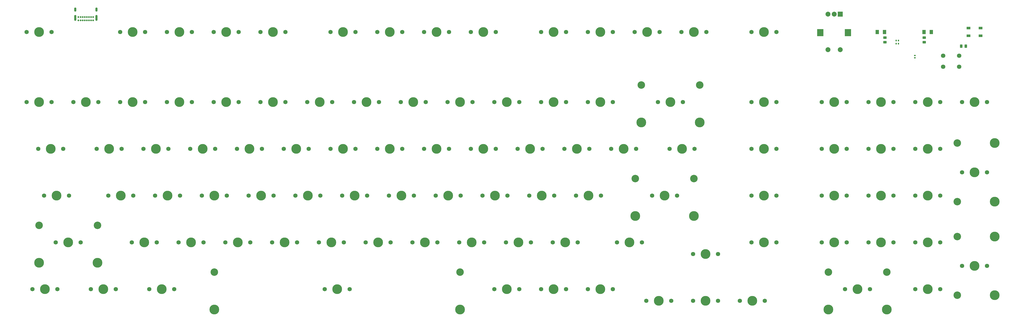
<source format=gts>
G04 #@! TF.GenerationSoftware,KiCad,Pcbnew,6.0.6*
G04 #@! TF.CreationDate,2022-08-21T10:38:00-04:00*
G04 #@! TF.ProjectId,Workeeb,576f726b-6565-4622-9e6b-696361645f70,rev?*
G04 #@! TF.SameCoordinates,Original*
G04 #@! TF.FileFunction,Soldermask,Top*
G04 #@! TF.FilePolarity,Negative*
%FSLAX46Y46*%
G04 Gerber Fmt 4.6, Leading zero omitted, Abs format (unit mm)*
G04 Created by KiCad (PCBNEW 6.0.6) date 2022-08-21 10:38:00*
%MOMM*%
%LPD*%
G01*
G04 APERTURE LIST*
G04 Aperture macros list*
%AMRoundRect*
0 Rectangle with rounded corners*
0 $1 Rounding radius*
0 $2 $3 $4 $5 $6 $7 $8 $9 X,Y pos of 4 corners*
0 Add a 4 corners polygon primitive as box body*
4,1,4,$2,$3,$4,$5,$6,$7,$8,$9,$2,$3,0*
0 Add four circle primitives for the rounded corners*
1,1,$1+$1,$2,$3*
1,1,$1+$1,$4,$5*
1,1,$1+$1,$6,$7*
1,1,$1+$1,$8,$9*
0 Add four rect primitives between the rounded corners*
20,1,$1+$1,$2,$3,$4,$5,0*
20,1,$1+$1,$4,$5,$6,$7,0*
20,1,$1+$1,$6,$7,$8,$9,0*
20,1,$1+$1,$8,$9,$2,$3,0*%
G04 Aperture macros list end*
%ADD10C,1.750000*%
%ADD11C,3.987800*%
%ADD12C,3.048000*%
%ADD13R,2.000000X2.000000*%
%ADD14C,2.000000*%
%ADD15R,2.500000X3.000000*%
%ADD16R,1.500000X1.000000*%
%ADD17RoundRect,0.250000X0.450000X-0.262500X0.450000X0.262500X-0.450000X0.262500X-0.450000X-0.262500X0*%
%ADD18RoundRect,0.140000X0.170000X-0.140000X0.170000X0.140000X-0.170000X0.140000X-0.170000X-0.140000X0*%
%ADD19RoundRect,0.250001X-0.462499X-0.624999X0.462499X-0.624999X0.462499X0.624999X-0.462499X0.624999X0*%
%ADD20RoundRect,0.250001X0.462499X0.624999X-0.462499X0.624999X-0.462499X-0.624999X0.462499X-0.624999X0*%
%ADD21RoundRect,0.140000X0.140000X0.170000X-0.140000X0.170000X-0.140000X-0.170000X0.140000X-0.170000X0*%
%ADD22RoundRect,0.250000X-0.262500X-0.450000X0.262500X-0.450000X0.262500X0.450000X-0.262500X0.450000X0*%
%ADD23C,0.700000*%
%ADD24O,0.900000X2.400000*%
%ADD25O,0.900000X1.700000*%
%ADD26C,1.800000*%
G04 APERTURE END LIST*
D10*
X40798750Y-61912500D03*
X30638750Y-61912500D03*
D11*
X35718750Y-61912500D03*
X40481250Y-80962500D03*
D10*
X35401250Y-80962500D03*
X45561250Y-80962500D03*
X37782500Y-100012500D03*
D11*
X42862500Y-100012500D03*
D10*
X47942500Y-100012500D03*
X33020000Y-138112500D03*
X43180000Y-138112500D03*
D11*
X38100000Y-138112500D03*
D10*
X52705000Y-119062500D03*
D12*
X59531250Y-112077500D03*
D11*
X35718750Y-127317500D03*
X59531250Y-127317500D03*
D10*
X42545000Y-119062500D03*
D11*
X47625000Y-119062500D03*
D12*
X35718750Y-112077500D03*
D10*
X56832500Y-138112500D03*
X66992500Y-138112500D03*
D11*
X61912500Y-138112500D03*
D10*
X78898750Y-33337500D03*
X68738750Y-33337500D03*
D11*
X73818750Y-33337500D03*
D10*
X68738750Y-61912500D03*
X78898750Y-61912500D03*
D11*
X73818750Y-61912500D03*
D10*
X59213750Y-80962500D03*
D11*
X64293750Y-80962500D03*
D10*
X69373750Y-80962500D03*
D11*
X69056250Y-100012500D03*
D10*
X63976250Y-100012500D03*
X74136250Y-100012500D03*
X73501250Y-119062500D03*
D11*
X78581250Y-119062500D03*
D10*
X83661250Y-119062500D03*
D11*
X92868750Y-33337500D03*
D10*
X87788750Y-33337500D03*
X97948750Y-33337500D03*
X87788750Y-61912500D03*
D11*
X92868750Y-61912500D03*
D10*
X97948750Y-61912500D03*
D11*
X83343750Y-80962500D03*
D10*
X88423750Y-80962500D03*
X78263750Y-80962500D03*
X83026250Y-100012500D03*
X93186250Y-100012500D03*
D11*
X88106250Y-100012500D03*
D10*
X92551250Y-119062500D03*
X102711250Y-119062500D03*
D11*
X97631250Y-119062500D03*
X85725000Y-138112500D03*
D10*
X90805000Y-138112500D03*
X80645000Y-138112500D03*
D11*
X111918750Y-33337500D03*
D10*
X116998750Y-33337500D03*
X106838750Y-33337500D03*
D11*
X111918750Y-61912500D03*
D10*
X116998750Y-61912500D03*
X106838750Y-61912500D03*
D11*
X102393750Y-80962500D03*
D10*
X97313750Y-80962500D03*
X107473750Y-80962500D03*
D11*
X107156250Y-100012500D03*
D10*
X102076250Y-100012500D03*
X112236250Y-100012500D03*
D11*
X116681250Y-119062500D03*
D10*
X111601250Y-119062500D03*
X121761250Y-119062500D03*
X136048750Y-33337500D03*
D11*
X130968750Y-33337500D03*
D10*
X125888750Y-33337500D03*
X125888750Y-61912500D03*
D11*
X130968750Y-61912500D03*
D10*
X136048750Y-61912500D03*
X126523750Y-80962500D03*
D11*
X121443750Y-80962500D03*
D10*
X116363750Y-80962500D03*
X121126250Y-100012500D03*
X131286250Y-100012500D03*
D11*
X126206250Y-100012500D03*
X135731250Y-119062500D03*
D10*
X140811250Y-119062500D03*
X130651250Y-119062500D03*
X144938750Y-61912500D03*
D11*
X150018750Y-61912500D03*
D10*
X155098750Y-61912500D03*
X135413750Y-80962500D03*
D11*
X140493750Y-80962500D03*
D10*
X145573750Y-80962500D03*
X150336250Y-100012500D03*
D11*
X145256250Y-100012500D03*
D10*
X140176250Y-100012500D03*
D11*
X154781250Y-119062500D03*
D10*
X159861250Y-119062500D03*
X149701250Y-119062500D03*
D11*
X107162600Y-146367500D03*
D10*
X162242500Y-138112500D03*
X152082500Y-138112500D03*
D12*
X107162600Y-131127500D03*
D11*
X207162400Y-146367500D03*
X157162500Y-138112500D03*
D12*
X207162400Y-131127500D03*
D10*
X154463750Y-33337500D03*
X164623750Y-33337500D03*
D11*
X159543750Y-33337500D03*
D10*
X163988750Y-61912500D03*
X174148750Y-61912500D03*
D11*
X169068750Y-61912500D03*
D10*
X154463750Y-80962500D03*
D11*
X159543750Y-80962500D03*
D10*
X164623750Y-80962500D03*
X169386250Y-100012500D03*
X159226250Y-100012500D03*
D11*
X164306250Y-100012500D03*
X173831250Y-119062500D03*
D10*
X178911250Y-119062500D03*
X168751250Y-119062500D03*
D11*
X178593750Y-33337500D03*
D10*
X183673750Y-33337500D03*
X173513750Y-33337500D03*
D11*
X188118750Y-61912500D03*
D10*
X183038750Y-61912500D03*
X193198750Y-61912500D03*
X183673750Y-80962500D03*
D11*
X178593750Y-80962500D03*
D10*
X173513750Y-80962500D03*
X178276250Y-100012500D03*
X188436250Y-100012500D03*
D11*
X183356250Y-100012500D03*
D10*
X197961250Y-119062500D03*
D11*
X192881250Y-119062500D03*
D10*
X187801250Y-119062500D03*
X192563750Y-33337500D03*
X202723750Y-33337500D03*
D11*
X197643750Y-33337500D03*
D10*
X202088750Y-61912500D03*
X212248750Y-61912500D03*
D11*
X207168750Y-61912500D03*
D10*
X192563750Y-80962500D03*
D11*
X197643750Y-80962500D03*
D10*
X202723750Y-80962500D03*
X197326250Y-100012500D03*
D11*
X202406250Y-100012500D03*
D10*
X207486250Y-100012500D03*
X206851250Y-119062500D03*
D11*
X211931250Y-119062500D03*
D10*
X217011250Y-119062500D03*
D11*
X216693750Y-33337500D03*
D10*
X211613750Y-33337500D03*
X221773750Y-33337500D03*
X231298750Y-61912500D03*
D11*
X226218750Y-61912500D03*
D10*
X221138750Y-61912500D03*
X221773750Y-80962500D03*
X211613750Y-80962500D03*
D11*
X216693750Y-80962500D03*
D10*
X226536250Y-100012500D03*
D11*
X221456250Y-100012500D03*
D10*
X216376250Y-100012500D03*
D11*
X230981250Y-119062500D03*
D10*
X236061250Y-119062500D03*
X225901250Y-119062500D03*
X231298750Y-138112500D03*
D11*
X226218750Y-138112500D03*
D10*
X221138750Y-138112500D03*
X240188750Y-33337500D03*
X250348750Y-33337500D03*
D11*
X245268750Y-33337500D03*
D10*
X250348750Y-61912500D03*
X240188750Y-61912500D03*
D11*
X245268750Y-61912500D03*
D10*
X240823750Y-80962500D03*
D11*
X235743750Y-80962500D03*
D10*
X230663750Y-80962500D03*
X245586250Y-100012500D03*
D11*
X240506250Y-100012500D03*
D10*
X235426250Y-100012500D03*
X244951250Y-119062500D03*
X255111250Y-119062500D03*
D11*
X250031250Y-119062500D03*
D10*
X240188750Y-138112500D03*
X250348750Y-138112500D03*
D11*
X245268750Y-138112500D03*
D10*
X269398750Y-33337500D03*
X259238750Y-33337500D03*
D11*
X264318750Y-33337500D03*
D10*
X269398750Y-61912500D03*
X259238750Y-61912500D03*
D11*
X264318750Y-61912500D03*
D10*
X249713750Y-80962500D03*
D11*
X254793750Y-80962500D03*
D10*
X259873750Y-80962500D03*
D11*
X259556250Y-100012500D03*
D10*
X264636250Y-100012500D03*
X254476250Y-100012500D03*
X259238750Y-138112500D03*
X269398750Y-138112500D03*
D11*
X264318750Y-138112500D03*
X283368750Y-33337500D03*
D10*
X288448750Y-33337500D03*
X278288750Y-33337500D03*
X268763750Y-80962500D03*
X278923750Y-80962500D03*
D11*
X273843750Y-80962500D03*
D10*
X295592500Y-100012500D03*
D12*
X302418750Y-93027500D03*
D11*
X290512500Y-100012500D03*
X278606250Y-108267500D03*
D12*
X278606250Y-93027500D03*
D10*
X285432500Y-100012500D03*
D11*
X302418750Y-108267500D03*
D10*
X271145000Y-119062500D03*
D11*
X276225000Y-119062500D03*
D10*
X281305000Y-119062500D03*
X293211250Y-142875000D03*
D11*
X288131250Y-142875000D03*
D10*
X283051250Y-142875000D03*
D12*
X280987500Y-54927500D03*
X304800000Y-54927500D03*
D11*
X292893750Y-61912500D03*
D10*
X297973750Y-61912500D03*
D11*
X304800000Y-70167500D03*
D10*
X287813750Y-61912500D03*
D11*
X280987500Y-70167500D03*
D10*
X302736250Y-80962500D03*
X292576250Y-80962500D03*
D11*
X297656250Y-80962500D03*
D10*
X312261250Y-123825000D03*
X302101250Y-123825000D03*
D11*
X307181250Y-123825000D03*
D10*
X302101250Y-142875000D03*
X312261250Y-142875000D03*
D11*
X307181250Y-142875000D03*
X330993750Y-33337500D03*
D10*
X336073750Y-33337500D03*
X325913750Y-33337500D03*
X336073750Y-61912500D03*
D11*
X330993750Y-61912500D03*
D10*
X325913750Y-61912500D03*
X325913750Y-80962500D03*
X336073750Y-80962500D03*
D11*
X330993750Y-80962500D03*
D10*
X325913750Y-100012500D03*
D11*
X330993750Y-100012500D03*
D10*
X336073750Y-100012500D03*
D11*
X330993750Y-119062500D03*
D10*
X336073750Y-119062500D03*
X325913750Y-119062500D03*
D11*
X326231250Y-142875000D03*
D10*
X321151250Y-142875000D03*
X331311250Y-142875000D03*
X364648750Y-61912500D03*
X354488750Y-61912500D03*
D11*
X359568750Y-61912500D03*
D10*
X364648750Y-80962500D03*
X354488750Y-80962500D03*
D11*
X359568750Y-80962500D03*
X359568750Y-100012500D03*
D10*
X354488750Y-100012500D03*
X364648750Y-100012500D03*
D11*
X359568750Y-119062500D03*
D10*
X354488750Y-119062500D03*
X364648750Y-119062500D03*
D13*
X362068750Y-26087500D03*
D14*
X357068750Y-26087500D03*
X359568750Y-26087500D03*
D15*
X365168750Y-33587500D03*
X353968750Y-33587500D03*
D14*
X362068750Y-40587500D03*
X357068750Y-40587500D03*
D10*
X383698750Y-80962500D03*
X373538750Y-80962500D03*
D11*
X378618750Y-80962500D03*
D10*
X373538750Y-100012500D03*
X383698750Y-100012500D03*
D11*
X378618750Y-100012500D03*
D10*
X373538750Y-119062500D03*
X383698750Y-119062500D03*
D11*
X378618750Y-119062500D03*
X369093750Y-138112500D03*
X381000000Y-146367500D03*
X357187500Y-146367500D03*
D10*
X364013750Y-138112500D03*
D12*
X357187500Y-131127500D03*
D10*
X374173750Y-138112500D03*
D12*
X381000000Y-131127500D03*
D10*
X402748750Y-61912500D03*
D11*
X397668750Y-61912500D03*
D10*
X392588750Y-61912500D03*
X402748750Y-100012500D03*
D11*
X397668750Y-100012500D03*
D10*
X392588750Y-100012500D03*
X392588750Y-119062500D03*
X402748750Y-119062500D03*
D11*
X397668750Y-119062500D03*
X397668750Y-138112500D03*
D10*
X392588750Y-138112500D03*
X402748750Y-138112500D03*
D11*
X416718750Y-61912500D03*
D10*
X411638750Y-61912500D03*
X421798750Y-61912500D03*
D12*
X409733750Y-140525500D03*
X409733750Y-116649500D03*
D11*
X424973750Y-140525500D03*
X424973750Y-116649500D03*
D10*
X421798750Y-128587500D03*
D11*
X416718750Y-128587500D03*
D10*
X411638750Y-128587500D03*
X40798750Y-33337500D03*
D11*
X35718750Y-33337500D03*
D10*
X30638750Y-33337500D03*
X49688750Y-61912500D03*
X59848750Y-61912500D03*
D11*
X54768750Y-61912500D03*
D10*
X307498750Y-33337500D03*
X297338750Y-33337500D03*
D11*
X302418750Y-33337500D03*
D16*
X419168750Y-34937500D03*
X419168750Y-31737500D03*
X414268750Y-31737500D03*
X414268750Y-34937500D03*
D17*
X396240000Y-37488500D03*
X396240000Y-35663500D03*
D10*
X392588750Y-80962500D03*
X402748750Y-80962500D03*
D11*
X397668750Y-80962500D03*
D18*
X392430000Y-43914000D03*
X392430000Y-42954000D03*
D11*
X424973750Y-78549500D03*
X424973750Y-102425500D03*
D12*
X409733750Y-102425500D03*
X409733750Y-78549500D03*
D11*
X416718750Y-90487500D03*
D10*
X411638750Y-90487500D03*
X421798750Y-90487500D03*
D11*
X378618750Y-61912500D03*
D10*
X383698750Y-61912500D03*
X373538750Y-61912500D03*
D19*
X377131250Y-33337500D03*
X380106250Y-33337500D03*
D17*
X380238000Y-37488500D03*
X380238000Y-35663500D03*
D20*
X399156250Y-33337500D03*
X396181250Y-33337500D03*
D21*
X385798000Y-36830000D03*
X384838000Y-36830000D03*
X385798000Y-38100000D03*
X384838000Y-38100000D03*
D22*
X411329500Y-39116000D03*
X413154500Y-39116000D03*
D23*
X51793750Y-28631250D03*
X52643750Y-28631250D03*
X53493750Y-28631250D03*
X54343750Y-28631250D03*
X55193750Y-28631250D03*
X56043750Y-28631250D03*
X56893750Y-28631250D03*
X57743750Y-28631250D03*
X57743750Y-27281250D03*
X56893750Y-27281250D03*
X56043750Y-27281250D03*
X55193750Y-27281250D03*
X54343750Y-27281250D03*
X53493750Y-27281250D03*
X52643750Y-27281250D03*
X51793750Y-27281250D03*
D24*
X59093750Y-27651250D03*
D25*
X50443750Y-24271250D03*
D24*
X50443750Y-27651250D03*
D25*
X59093750Y-24271250D03*
D26*
X403943750Y-42993750D03*
X410443750Y-47493750D03*
X403943750Y-47493750D03*
X410443750Y-42993750D03*
M02*

</source>
